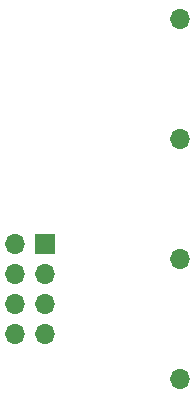
<source format=gbr>
%TF.GenerationSoftware,KiCad,Pcbnew,8.0.3-8.0.3-0~ubuntu22.04.1*%
%TF.CreationDate,2024-08-09T14:07:44+03:00*%
%TF.ProjectId,PM-PS-AC230-front,504d2d50-532d-4414-9332-33302d66726f,rev?*%
%TF.SameCoordinates,Original*%
%TF.FileFunction,Soldermask,Top*%
%TF.FilePolarity,Negative*%
%FSLAX46Y46*%
G04 Gerber Fmt 4.6, Leading zero omitted, Abs format (unit mm)*
G04 Created by KiCad (PCBNEW 8.0.3-8.0.3-0~ubuntu22.04.1) date 2024-08-09 14:07:44*
%MOMM*%
%LPD*%
G01*
G04 APERTURE LIST*
%ADD10R,1.700000X1.700000*%
%ADD11O,1.700000X1.700000*%
G04 APERTURE END LIST*
D10*
%TO.C,J1*%
X66040000Y-96520000D03*
D11*
X63500000Y-96520000D03*
X66040000Y-99060000D03*
X63500000Y-99060000D03*
X66040000Y-101600000D03*
X63500000Y-101600000D03*
X66040000Y-104140000D03*
X63500000Y-104140000D03*
%TD*%
%TO.C,D5*%
X77470000Y-97790000D03*
%TD*%
%TO.C,D7*%
X77470000Y-87630000D03*
%TD*%
%TO.C,D8*%
X77470000Y-107950000D03*
%TD*%
%TO.C,D6*%
X77470000Y-77470000D03*
%TD*%
M02*

</source>
